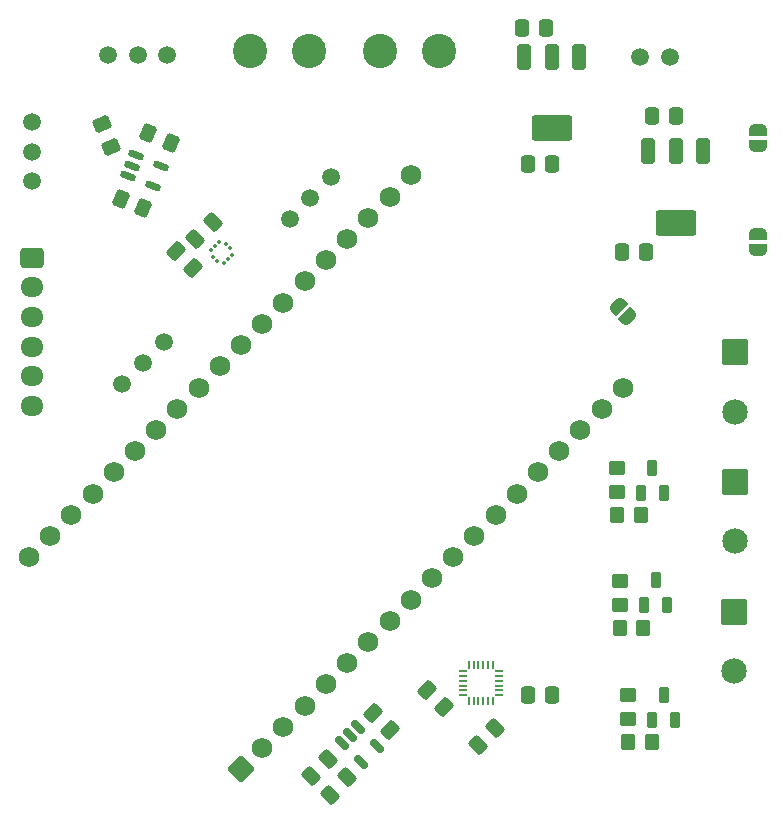
<source format=gbr>
%TF.GenerationSoftware,KiCad,Pcbnew,9.0.1*%
%TF.CreationDate,2025-04-16T13:42:57-07:00*%
%TF.ProjectId,IO:Sensor Board,494f3a53-656e-4736-9f72-20426f617264,rev?*%
%TF.SameCoordinates,Original*%
%TF.FileFunction,Soldermask,Top*%
%TF.FilePolarity,Negative*%
%FSLAX46Y46*%
G04 Gerber Fmt 4.6, Leading zero omitted, Abs format (unit mm)*
G04 Created by KiCad (PCBNEW 9.0.1) date 2025-04-16 13:42:57*
%MOMM*%
%LPD*%
G01*
G04 APERTURE LIST*
G04 Aperture macros list*
%AMRoundRect*
0 Rectangle with rounded corners*
0 $1 Rounding radius*
0 $2 $3 $4 $5 $6 $7 $8 $9 X,Y pos of 4 corners*
0 Add a 4 corners polygon primitive as box body*
4,1,4,$2,$3,$4,$5,$6,$7,$8,$9,$2,$3,0*
0 Add four circle primitives for the rounded corners*
1,1,$1+$1,$2,$3*
1,1,$1+$1,$4,$5*
1,1,$1+$1,$6,$7*
1,1,$1+$1,$8,$9*
0 Add four rect primitives between the rounded corners*
20,1,$1+$1,$2,$3,$4,$5,0*
20,1,$1+$1,$4,$5,$6,$7,0*
20,1,$1+$1,$6,$7,$8,$9,0*
20,1,$1+$1,$8,$9,$2,$3,0*%
%AMRotRect*
0 Rectangle, with rotation*
0 The origin of the aperture is its center*
0 $1 length*
0 $2 width*
0 $3 Rotation angle, in degrees counterclockwise*
0 Add horizontal line*
21,1,$1,$2,0,0,$3*%
%AMFreePoly0*
4,1,23,0.499999,-0.750000,0.000000,-0.750000,0.000000,-0.745722,-0.065263,-0.745722,-0.191342,-0.711940,-0.304381,-0.646677,-0.396677,-0.554382,-0.461940,-0.441342,-0.495722,-0.315263,-0.495722,-0.250000,-0.500000,-0.250000,-0.500000,0.250000,-0.495722,0.250000,-0.495722,0.315263,-0.461940,0.441342,-0.396677,0.554382,-0.304381,0.646677,-0.191342,0.711940,-0.065263,0.745722,0.000000,0.745722,
0.000000,0.750000,0.499999,0.750000,0.499999,-0.750000,0.499999,-0.750000,$1*%
%AMFreePoly1*
4,1,23,0.000000,0.745722,0.065263,0.745722,0.191342,0.711940,0.304381,0.646677,0.396677,0.554382,0.461940,0.441342,0.495722,0.315263,0.495722,0.250000,0.500000,0.250000,0.500000,-0.250000,0.495722,-0.250000,0.495722,-0.315263,0.461940,-0.441342,0.396677,-0.554382,0.304381,-0.646677,0.191342,-0.711940,0.065263,-0.745722,0.000000,-0.745722,0.000000,-0.750000,-0.499999,-0.750000,
-0.499999,0.750000,0.000000,0.750000,0.000000,0.745722,0.000000,0.745722,$1*%
G04 Aperture macros list end*
%ADD10RoundRect,0.250000X-0.337500X-0.475000X0.337500X-0.475000X0.337500X0.475000X-0.337500X0.475000X0*%
%ADD11C,1.498600*%
%ADD12RoundRect,0.250000X-0.350000X-0.450000X0.350000X-0.450000X0.350000X0.450000X-0.350000X0.450000X0*%
%ADD13RoundRect,0.250000X0.574524X0.097227X0.097227X0.574524X-0.574524X-0.097227X-0.097227X-0.574524X0*%
%ADD14RoundRect,0.250000X0.450000X-0.350000X0.450000X0.350000X-0.450000X0.350000X-0.450000X-0.350000X0*%
%ADD15RoundRect,0.141750X-0.425250X0.950250X-0.425250X-0.950250X0.425250X-0.950250X0.425250X0.950250X0*%
%ADD16RoundRect,0.273000X-1.444000X0.819000X-1.444000X-0.819000X1.444000X-0.819000X1.444000X0.819000X0*%
%ADD17FreePoly0,315.000000*%
%ADD18FreePoly1,315.000000*%
%ADD19RoundRect,0.150000X-0.468458X0.256326X0.256326X-0.468458X0.468458X-0.256326X-0.256326X0.468458X0*%
%ADD20RoundRect,0.250000X0.337500X0.475000X-0.337500X0.475000X-0.337500X-0.475000X0.337500X-0.475000X0*%
%ADD21RoundRect,0.250000X-0.493584X-0.309687X0.130035X-0.567998X0.493584X0.309687X-0.130035X0.567998X0*%
%ADD22RoundRect,0.102000X-0.975000X0.975000X-0.975000X-0.975000X0.975000X-0.975000X0.975000X0.975000X0*%
%ADD23C,2.154000*%
%ADD24RoundRect,0.250000X0.097227X-0.574524X0.574524X-0.097227X-0.097227X0.574524X-0.574524X0.097227X0*%
%ADD25FreePoly0,90.000000*%
%ADD26FreePoly1,90.000000*%
%ADD27C,2.904000*%
%ADD28RotRect,0.254000X0.279400X135.000000*%
%ADD29RotRect,0.254000X0.254000X45.000000*%
%ADD30RoundRect,0.250000X-0.574524X-0.097227X-0.097227X-0.574524X0.574524X0.097227X0.097227X0.574524X0*%
%ADD31RoundRect,0.102000X0.325000X-0.550000X0.325000X0.550000X-0.325000X0.550000X-0.325000X-0.550000X0*%
%ADD32RoundRect,0.150000X-0.530891X0.057543X0.416086X-0.334707X0.530891X-0.057543X-0.416086X0.334707X0*%
%ADD33RoundRect,0.102000X1.081873X0.000000X0.000000X1.081873X-1.081873X0.000000X0.000000X-1.081873X0*%
%ADD34C,1.734000*%
%ADD35R,0.660400X0.203200*%
%ADD36R,0.203200X0.660400*%
%ADD37RoundRect,0.250000X-0.567998X0.130035X-0.309687X-0.493584X0.567998X-0.130035X0.309687X0.493584X0*%
%ADD38RoundRect,0.250000X-0.725000X0.600000X-0.725000X-0.600000X0.725000X-0.600000X0.725000X0.600000X0*%
%ADD39O,1.950000X1.700000*%
%ADD40FreePoly0,270.000000*%
%ADD41FreePoly1,270.000000*%
%ADD42RoundRect,0.250000X-0.097227X0.574524X-0.574524X0.097227X0.097227X-0.574524X0.574524X-0.097227X0*%
G04 APERTURE END LIST*
D10*
%TO.C,C9*%
X184925000Y-88000000D03*
X187000000Y-88000000D03*
%TD*%
D11*
%TO.C,J1*%
X146142393Y-95606859D03*
X144374626Y-97374626D03*
X142606859Y-99142393D03*
%TD*%
D12*
%TO.C,R2*%
X185500000Y-129500000D03*
X187500000Y-129500000D03*
%TD*%
D13*
%TO.C,C3*%
X148649714Y-89382812D03*
X147182468Y-87915566D03*
%TD*%
D14*
%TO.C,R3*%
X184760000Y-117850002D03*
X184760000Y-115850000D03*
%TD*%
D15*
%TO.C,U7*%
X191800001Y-79484998D03*
X189500000Y-79485000D03*
X187200001Y-79485000D03*
D16*
X189500000Y-85515000D03*
%TD*%
D17*
%TO.C,JP3*%
X184580762Y-92580762D03*
D18*
X185500000Y-93500000D03*
%TD*%
D19*
%TO.C,U5*%
X162591332Y-128191332D03*
X161919581Y-128863083D03*
X161247830Y-129534834D03*
X162856498Y-131143502D03*
X164200000Y-129800000D03*
%TD*%
D20*
%TO.C,C14*%
X178537500Y-69000000D03*
X176462500Y-69000000D03*
%TD*%
D10*
%TO.C,C15*%
X176962499Y-80514999D03*
X179037499Y-80514999D03*
%TD*%
D21*
%TO.C,C5*%
X142529344Y-83498106D03*
X144446394Y-84292174D03*
%TD*%
D22*
%TO.C,P2*%
X194500000Y-107500000D03*
D23*
X194500000Y-112500000D03*
%TD*%
D24*
%TO.C,C6*%
X160222525Y-133936571D03*
X161689771Y-132469325D03*
%TD*%
D25*
%TO.C,JP2*%
X196500000Y-79000000D03*
D26*
X196500002Y-77699998D03*
%TD*%
D20*
%TO.C,C10*%
X189537500Y-76500000D03*
X187462500Y-76500000D03*
%TD*%
D27*
%TO.C,U10*%
X164500000Y-71000000D03*
X169500000Y-71000000D03*
%TD*%
D24*
%TO.C,C4*%
X158631534Y-132345580D03*
X160098780Y-130878334D03*
%TD*%
D14*
%TO.C,R1*%
X185500000Y-127500001D03*
X185500000Y-125499999D03*
%TD*%
D22*
%TO.C,P3*%
X194500000Y-96500000D03*
D23*
X194500000Y-101500000D03*
%TD*%
D28*
%TO.C,U1*%
X150332203Y-88407431D03*
X150685757Y-88760985D03*
D29*
X151239636Y-88946741D03*
X151593188Y-88593188D03*
X151946741Y-88239636D03*
D28*
X151760985Y-87685757D03*
X151407431Y-87332203D03*
D29*
X150853552Y-87146447D03*
X150500000Y-87500000D03*
X150146447Y-87853552D03*
%TD*%
D11*
%TO.C,J4*%
X189000000Y-71500000D03*
X186500000Y-71500000D03*
%TD*%
D30*
%TO.C,C8*%
X163872962Y-126998089D03*
X165340208Y-128465335D03*
%TD*%
D13*
%TO.C,C12*%
X169908624Y-126558624D03*
X168441378Y-125091378D03*
%TD*%
D31*
%TO.C,Q1*%
X187540000Y-127600001D03*
X189460000Y-127600001D03*
X188500000Y-125500000D03*
%TD*%
D15*
%TO.C,U9*%
X181300001Y-71484998D03*
X179000000Y-71485000D03*
X176700001Y-71485000D03*
D16*
X179000000Y-77515000D03*
%TD*%
D14*
%TO.C,R5*%
X184540000Y-108299999D03*
X184540000Y-106299999D03*
%TD*%
D11*
%TO.C,J5*%
X135000000Y-77000000D03*
X135000000Y-79500000D03*
X135000000Y-82000000D03*
%TD*%
D32*
%TO.C,U3*%
X143837036Y-79818442D03*
X143473487Y-80696127D03*
X143109937Y-81573812D03*
X145211764Y-82444416D03*
X145938863Y-80689046D03*
%TD*%
D31*
%TO.C,Q2*%
X186840000Y-117850001D03*
X188760000Y-117850001D03*
X187800000Y-115750000D03*
%TD*%
D24*
%TO.C,C2*%
X148844169Y-86890261D03*
X150311415Y-85423015D03*
%TD*%
D10*
%TO.C,C11*%
X177000001Y-125500000D03*
X179075001Y-125500000D03*
%TD*%
D33*
%TO.C,U2*%
X152703949Y-131796051D03*
D34*
X154500000Y-130000000D03*
X156296052Y-128203949D03*
X158092103Y-126407897D03*
X159888154Y-124611846D03*
X161684205Y-122815795D03*
X163480257Y-121019744D03*
X165276308Y-119223693D03*
X167072359Y-117427641D03*
X168868410Y-115631590D03*
X170664461Y-113835539D03*
X172460513Y-112039488D03*
X174256564Y-110243436D03*
X176052615Y-108447385D03*
X177848666Y-106651334D03*
X179644718Y-104855283D03*
X181440769Y-103059231D03*
X183236820Y-101263180D03*
X185032871Y-99467129D03*
X167072359Y-81506617D03*
X165276308Y-83302668D03*
X163480257Y-85098719D03*
X161684205Y-86894770D03*
X159888154Y-88690822D03*
X158092103Y-90486873D03*
X156296052Y-92282924D03*
X154500000Y-94078975D03*
X152703949Y-95875027D03*
X150907898Y-97671078D03*
X149111847Y-99467129D03*
X147315795Y-101263180D03*
X145519744Y-103059231D03*
X143723693Y-104855283D03*
X141927642Y-106651334D03*
X140131591Y-108447385D03*
X138335539Y-110243436D03*
X136539488Y-112039488D03*
X134743437Y-113835539D03*
%TD*%
D12*
%TO.C,R6*%
X184540000Y-110299999D03*
X186540000Y-110299999D03*
%TD*%
D35*
%TO.C,U4*%
X171476000Y-123499999D03*
X171476000Y-123900001D03*
X171476000Y-124300000D03*
X171476000Y-124700000D03*
X171476000Y-125099999D03*
X171476000Y-125500001D03*
D36*
X171999999Y-126024000D03*
X172400001Y-126024000D03*
X172800000Y-126024000D03*
X173200000Y-126024000D03*
X173599999Y-126024000D03*
X174000001Y-126024000D03*
D35*
X174524000Y-125500001D03*
X174524000Y-125099999D03*
X174524000Y-124700000D03*
X174524000Y-124300000D03*
X174524000Y-123900001D03*
X174524000Y-123499999D03*
D36*
X174000001Y-122976000D03*
X173599999Y-122976000D03*
X173200000Y-122976000D03*
X172800000Y-122976000D03*
X172400001Y-122976000D03*
X171999999Y-122976000D03*
%TD*%
D37*
%TO.C,C1*%
X140921070Y-77167102D03*
X141715138Y-79084152D03*
%TD*%
D31*
%TO.C,Q3*%
X186580000Y-108400000D03*
X188500000Y-108400000D03*
X187540000Y-106299999D03*
%TD*%
D11*
%TO.C,J2*%
X146466600Y-71329801D03*
X143966600Y-71329801D03*
X141466600Y-71329801D03*
%TD*%
D38*
%TO.C,J3*%
X135000000Y-88500000D03*
D39*
X135000000Y-91000000D03*
X135000000Y-93500000D03*
X135000000Y-95999999D03*
X134999999Y-98499999D03*
X135000000Y-101000000D03*
%TD*%
D21*
%TO.C,C7*%
X144825447Y-77954828D03*
X146742497Y-78748896D03*
%TD*%
D40*
%TO.C,JP1*%
X196500000Y-86500000D03*
D41*
X196500002Y-87800002D03*
%TD*%
D22*
%TO.C,P1*%
X194462500Y-118500000D03*
D23*
X194462500Y-123500000D03*
%TD*%
D12*
%TO.C,R4*%
X184760000Y-119850001D03*
X186760000Y-119850001D03*
%TD*%
D42*
%TO.C,C13*%
X174233624Y-128266377D03*
X172766378Y-129733623D03*
%TD*%
D27*
%TO.C,U8*%
X153500000Y-71000000D03*
X158500000Y-71000000D03*
%TD*%
D11*
%TO.C,J6*%
X160345222Y-81654028D03*
X158577455Y-83421795D03*
X156809688Y-85189562D03*
%TD*%
M02*

</source>
